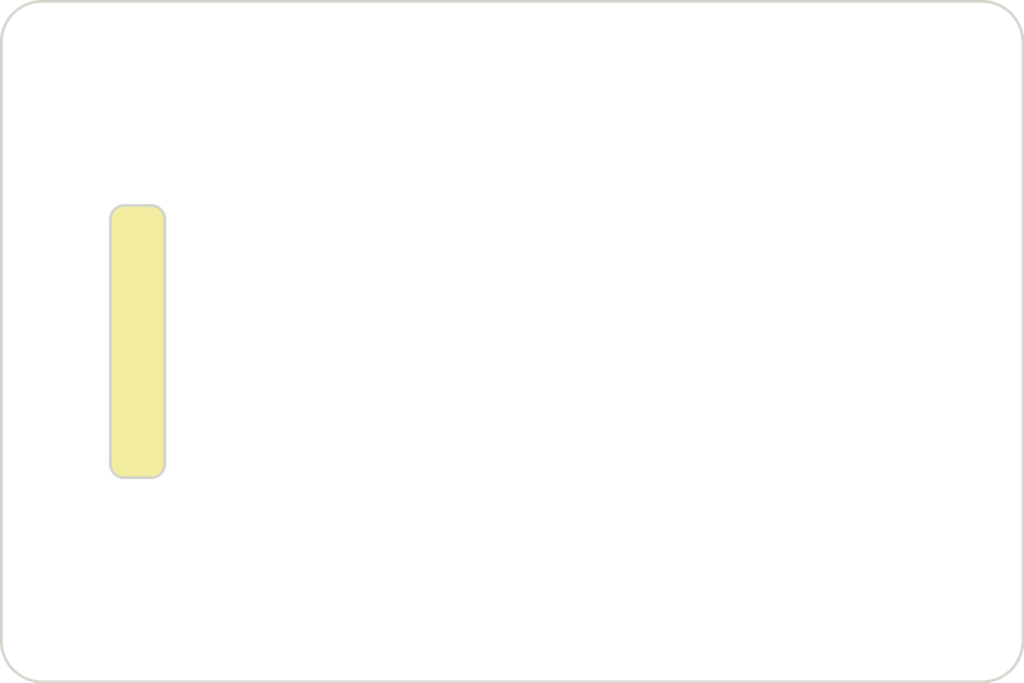
<source format=kicad_pcb>
(kicad_pcb (version 20210623) (generator pcbnew)

  (general
    (thickness 1.6)
  )

  (paper "A4")
  (layers
    (0 "F.Cu" signal)
    (31 "B.Cu" signal)
    (32 "B.Adhes" user "B.Adhesive")
    (33 "F.Adhes" user "F.Adhesive")
    (34 "B.Paste" user)
    (35 "F.Paste" user)
    (36 "B.SilkS" user "B.Silkscreen")
    (37 "F.SilkS" user "F.Silkscreen")
    (38 "B.Mask" user)
    (39 "F.Mask" user)
    (40 "Dwgs.User" user "User.Drawings")
    (41 "Cmts.User" user "User.Comments")
    (42 "Eco1.User" user "User.Eco1")
    (43 "Eco2.User" user "User.Eco2")
    (44 "Edge.Cuts" user)
    (45 "Margin" user)
    (46 "B.CrtYd" user "B.Courtyard")
    (47 "F.CrtYd" user "F.Courtyard")
    (48 "B.Fab" user)
    (49 "F.Fab" user)
    (50 "User.1" user)
    (51 "User.2" user)
    (52 "User.3" user)
    (53 "User.4" user)
    (54 "User.5" user)
    (55 "User.6" user)
    (56 "User.7" user)
    (57 "User.8" user)
    (58 "User.9" user)
  )

  (setup
    (pad_to_mask_clearance 0)
    (pcbplotparams
      (layerselection 0x00010fc_ffffffff)
      (disableapertmacros false)
      (usegerberextensions false)
      (usegerberattributes true)
      (usegerberadvancedattributes true)
      (creategerberjobfile true)
      (svguseinch false)
      (svgprecision 6)
      (excludeedgelayer true)
      (plotframeref false)
      (viasonmask false)
      (mode 1)
      (useauxorigin false)
      (hpglpennumber 1)
      (hpglpenspeed 20)
      (hpglpendiameter 15.000000)
      (dxfpolygonmode true)
      (dxfimperialunits true)
      (dxfusepcbnewfont true)
      (psnegative false)
      (psa4output false)
      (plotreference true)
      (plotvalue true)
      (plotinvisibletext false)
      (sketchpadsonfab false)
      (subtractmaskfromsilk false)
      (outputformat 1)
      (mirror false)
      (drillshape 1)
      (scaleselection 1)
      (outputdirectory "")
    )
  )

  (net 0 "")

  (gr_poly (pts
 (xy 181.8 127.499999)
  (arc (start 112.800001 127.499999) (mid 110.678681 126.621319) (end 109.800001 124.499999))
  (arc (start 109.800001 80.5) (mid 110.678681 78.37868) (end 112.800001 77.5))
  (arc (start 181.8 77.5) (mid 183.92132 78.37868) (end 184.8 80.5))
  (arc (start 184.8 124.499999) (mid 183.92132 126.621319) (end 181.8 127.499999))) (layer "F.SilkS") (width 0.2) (fill none) (tstamp 88377deb-24e1-427b-8fd0-88456d2f78dd))
  (gr_poly (pts
 (xy 121.800001 111.499999)
  (arc (start 121.800001 93.5) (mid 121.507108 92.792893) (end 120.800001 92.5))
  (arc (start 118.800001 92.5) (mid 118.092894 92.792893) (end 117.800001 93.5))
  (arc (start 117.800001 111.499999) (mid 118.092894 112.207106) (end 118.800001 112.499999))
  (arc (start 120.800001 112.499999) (mid 121.507108 112.207106) (end 121.800001 111.499999))) (layer "F.SilkS") (width 0.2) (fill solid) (tstamp c7361297-c6d4-41d2-ae39-f5c885b3c61d))
  (gr_arc (start 112.800001 124.499999) (end 109.800001 124.499999) (angle -90) (layer "Edge.Cuts") (width 0.2) (tstamp 03e51615-002f-4cea-a414-2ed5bc5e6263))
  (gr_arc (start 112.800001 80.5) (end 112.800001 77.5) (angle -90) (layer "Edge.Cuts") (width 0.2) (tstamp 083a4b24-1018-4864-9e9e-332de02032d0))
  (gr_arc (start 118.800001 93.5) (end 118.800001 92.5) (angle -90) (layer "Edge.Cuts") (width 0.2) (tstamp 0dd36375-7397-45fa-a6cd-b0362d4abec3))
  (gr_line (start 112.800001 127.499999) (end 181.8 127.499999) (layer "Edge.Cuts") (width 0.2) (tstamp 2414b0da-586a-4a20-abdf-a711c164b11f))
  (gr_line (start 118.800001 112.499999) (end 120.800001 112.499999) (layer "Edge.Cuts") (width 0.2) (tstamp 5d082211-d901-40fc-863d-bbe77baf7919))
  (gr_line (start 118.800001 92.5) (end 120.800001 92.5) (layer "Edge.Cuts") (width 0.2) (tstamp 6b909202-8c79-4c93-81f6-af419f118373))
  (gr_line (start 121.800001 93.5) (end 121.800001 111.499999) (layer "Edge.Cuts") (width 0.2) (tstamp 7df9d2ba-6e84-42e7-9d1c-9276d33395a7))
  (gr_arc (start 118.800001 111.499999) (end 117.800001 111.499999) (angle -90) (layer "Edge.Cuts") (width 0.2) (tstamp 9d289330-ec00-4051-87f6-fd43598db002))
  (gr_arc (start 120.800001 93.5) (end 121.800001 93.5) (angle -90) (layer "Edge.Cuts") (width 0.2) (tstamp 9d4ecf8b-4b97-49e2-ac71-e3252bf7e1cc))
  (gr_arc (start 120.800001 111.499999) (end 120.800001 112.499999) (angle -90) (layer "Edge.Cuts") (width 0.2) (tstamp bebf4de5-b1d1-48de-9e08-4367c88dd53b))
  (gr_line (start 184.8 80.5) (end 184.8 124.499999) (layer "Edge.Cuts") (width 0.2) (tstamp c21a2178-4503-45ba-b3b3-efa41dd3ee8f))
  (gr_line (start 112.800001 77.5) (end 181.8 77.5) (layer "Edge.Cuts") (width 0.2) (tstamp cd3fbab4-7f05-42dc-921e-3d894ef7487c))
  (gr_arc (start 181.8 80.5) (end 184.8 80.5) (angle -90) (layer "Edge.Cuts") (width 0.2) (tstamp d02c7085-23b9-417b-8070-54a657678147))
  (gr_arc (start 181.8 124.499999) (end 181.8 127.499999) (angle -90) (layer "Edge.Cuts") (width 0.2) (tstamp d999e24f-1e79-4080-93fd-53fa2d656ed3))
  (gr_line (start 117.800001 93.5) (end 117.800001 111.499999) (layer "Edge.Cuts") (width 0.2) (tstamp e74cd530-951d-45c7-b79a-00f803db72b0))
  (gr_line (start 109.800001 80.5) (end 109.800001 124.499999) (layer "Edge.Cuts") (width 0.2) (tstamp fdb38b85-b355-4b93-9bd0-0e4d87342afc))

)

</source>
